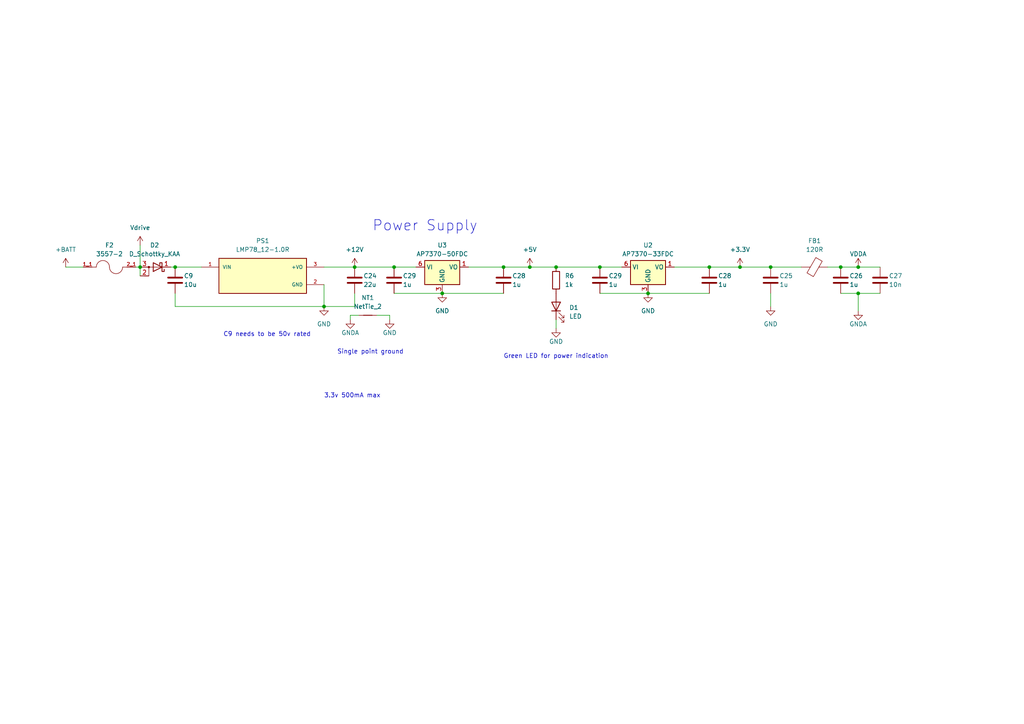
<source format=kicad_sch>
(kicad_sch (version 20230121) (generator eeschema)

  (uuid ffddf5b5-371f-4e37-bf9f-d4a437144030)

  (paper "A4")

  (lib_symbols
    (symbol "DC_DC:K7803-500R3" (pin_names (offset 1.016)) (in_bom yes) (on_board yes)
      (property "Reference" "PS" (at -12.7 6.35 0)
        (effects (font (size 1.27 1.27)) (justify left bottom))
      )
      (property "Value" "K7803-500R3" (at -12.7 -7.62 0)
        (effects (font (size 1.27 1.27)) (justify left bottom))
      )
      (property "Footprint" "K7803-500R3:CONV_K7803-500R3" (at 0 0 0)
        (effects (font (size 1.27 1.27)) (justify bottom) hide)
      )
      (property "Datasheet" "" (at 0 0 0)
        (effects (font (size 1.27 1.27)) hide)
      )
      (property "PARTREV" "2020.12.17-A/7" (at 0 0 0)
        (effects (font (size 1.27 1.27)) (justify bottom) hide)
      )
      (property "STANDARD" "Manufacturer Recommendations" (at 0 0 0)
        (effects (font (size 1.27 1.27)) (justify bottom) hide)
      )
      (property "MAXIMUM_PACKAGE_HEIGHT" "10.41 mm" (at 0 0 0)
        (effects (font (size 1.27 1.27)) (justify bottom) hide)
      )
      (property "MANUFACTURER" "Mornsun" (at 0 0 0)
        (effects (font (size 1.27 1.27)) (justify bottom) hide)
      )
      (symbol "K7803-500R3_0_0"
        (rectangle (start -12.7 -5.08) (end 12.7 5.08)
          (stroke (width 0.254) (type default))
          (fill (type background))
        )
        (pin input line (at -17.78 2.54 0) (length 5.08)
          (name "VIN" (effects (font (size 1.016 1.016))))
          (number "1" (effects (font (size 1.016 1.016))))
        )
        (pin power_in line (at 17.78 -2.54 180) (length 5.08)
          (name "GND" (effects (font (size 1.016 1.016))))
          (number "2" (effects (font (size 1.016 1.016))))
        )
        (pin output line (at 17.78 2.54 180) (length 5.08)
          (name "+VO" (effects (font (size 1.016 1.016))))
          (number "3" (effects (font (size 1.016 1.016))))
        )
      )
    )
    (symbol "Device:C" (pin_numbers hide) (pin_names (offset 0.254)) (in_bom yes) (on_board yes)
      (property "Reference" "C" (at 0.635 2.54 0)
        (effects (font (size 1.27 1.27)) (justify left))
      )
      (property "Value" "C" (at 0.635 -2.54 0)
        (effects (font (size 1.27 1.27)) (justify left))
      )
      (property "Footprint" "" (at 0.9652 -3.81 0)
        (effects (font (size 1.27 1.27)) hide)
      )
      (property "Datasheet" "~" (at 0 0 0)
        (effects (font (size 1.27 1.27)) hide)
      )
      (property "ki_keywords" "cap capacitor" (at 0 0 0)
        (effects (font (size 1.27 1.27)) hide)
      )
      (property "ki_description" "Unpolarized capacitor" (at 0 0 0)
        (effects (font (size 1.27 1.27)) hide)
      )
      (property "ki_fp_filters" "C_*" (at 0 0 0)
        (effects (font (size 1.27 1.27)) hide)
      )
      (symbol "C_0_1"
        (polyline
          (pts
            (xy -2.032 -0.762)
            (xy 2.032 -0.762)
          )
          (stroke (width 0.508) (type default))
          (fill (type none))
        )
        (polyline
          (pts
            (xy -2.032 0.762)
            (xy 2.032 0.762)
          )
          (stroke (width 0.508) (type default))
          (fill (type none))
        )
      )
      (symbol "C_1_1"
        (pin passive line (at 0 3.81 270) (length 2.794)
          (name "~" (effects (font (size 1.27 1.27))))
          (number "1" (effects (font (size 1.27 1.27))))
        )
        (pin passive line (at 0 -3.81 90) (length 2.794)
          (name "~" (effects (font (size 1.27 1.27))))
          (number "2" (effects (font (size 1.27 1.27))))
        )
      )
    )
    (symbol "Device:D_Schottky_KAA" (pin_names (offset 0) hide) (in_bom yes) (on_board yes)
      (property "Reference" "D" (at 0 2.54 0)
        (effects (font (size 1.27 1.27)))
      )
      (property "Value" "D_Schottky_KAA" (at 0 -2.54 0)
        (effects (font (size 1.27 1.27)))
      )
      (property "Footprint" "" (at 0 0 0)
        (effects (font (size 1.27 1.27)) hide)
      )
      (property "Datasheet" "~" (at 0 0 0)
        (effects (font (size 1.27 1.27)) hide)
      )
      (property "ki_keywords" "diode Schottky SCHDPAK" (at 0 0 0)
        (effects (font (size 1.27 1.27)) hide)
      )
      (property "ki_description" "Schottky diode, anode on pins 2 and 3" (at 0 0 0)
        (effects (font (size 1.27 1.27)) hide)
      )
      (property "ki_fp_filters" "TO-???* *_Diode_* *SingleDiode* D_*" (at 0 0 0)
        (effects (font (size 1.27 1.27)) hide)
      )
      (symbol "D_Schottky_KAA_0_1"
        (polyline
          (pts
            (xy 1.27 1.27)
            (xy 1.27 -1.27)
            (xy -1.27 0)
            (xy 1.27 1.27)
          )
          (stroke (width 0.254) (type default))
          (fill (type none))
        )
        (polyline
          (pts
            (xy 3.81 2.54)
            (xy 2.54 2.54)
            (xy 2.54 0)
            (xy -1.27 0)
          )
          (stroke (width 0) (type default))
          (fill (type none))
        )
        (polyline
          (pts
            (xy -1.905 0.635)
            (xy -1.905 1.27)
            (xy -1.27 1.27)
            (xy -1.27 -1.27)
            (xy -0.635 -1.27)
            (xy -0.635 -0.635)
          )
          (stroke (width 0.254) (type default))
          (fill (type none))
        )
        (circle (center 2.54 0) (radius 0.254)
          (stroke (width 0) (type default))
          (fill (type outline))
        )
      )
      (symbol "D_Schottky_KAA_1_1"
        (pin passive line (at -3.81 0 0) (length 2.54)
          (name "K" (effects (font (size 1.27 1.27))))
          (number "1" (effects (font (size 1.27 1.27))))
        )
        (pin passive line (at 5.08 2.54 180) (length 2.54)
          (name "A" (effects (font (size 1.27 1.27))))
          (number "2" (effects (font (size 1.27 1.27))))
        )
        (pin passive line (at 5.08 0 180) (length 2.54)
          (name "A" (effects (font (size 1.27 1.27))))
          (number "3" (effects (font (size 1.27 1.27))))
        )
      )
    )
    (symbol "Device:FerriteBead" (pin_numbers hide) (pin_names (offset 0)) (in_bom yes) (on_board yes)
      (property "Reference" "FB" (at -3.81 0.635 90)
        (effects (font (size 1.27 1.27)))
      )
      (property "Value" "FerriteBead" (at 3.81 0 90)
        (effects (font (size 1.27 1.27)))
      )
      (property "Footprint" "" (at -1.778 0 90)
        (effects (font (size 1.27 1.27)) hide)
      )
      (property "Datasheet" "~" (at 0 0 0)
        (effects (font (size 1.27 1.27)) hide)
      )
      (property "ki_keywords" "L ferrite bead inductor filter" (at 0 0 0)
        (effects (font (size 1.27 1.27)) hide)
      )
      (property "ki_description" "Ferrite bead" (at 0 0 0)
        (effects (font (size 1.27 1.27)) hide)
      )
      (property "ki_fp_filters" "Inductor_* L_* *Ferrite*" (at 0 0 0)
        (effects (font (size 1.27 1.27)) hide)
      )
      (symbol "FerriteBead_0_1"
        (polyline
          (pts
            (xy 0 -1.27)
            (xy 0 -1.2192)
          )
          (stroke (width 0) (type default))
          (fill (type none))
        )
        (polyline
          (pts
            (xy 0 1.27)
            (xy 0 1.2954)
          )
          (stroke (width 0) (type default))
          (fill (type none))
        )
        (polyline
          (pts
            (xy -2.7686 0.4064)
            (xy -1.7018 2.2606)
            (xy 2.7686 -0.3048)
            (xy 1.6764 -2.159)
            (xy -2.7686 0.4064)
          )
          (stroke (width 0) (type default))
          (fill (type none))
        )
      )
      (symbol "FerriteBead_1_1"
        (pin passive line (at 0 3.81 270) (length 2.54)
          (name "~" (effects (font (size 1.27 1.27))))
          (number "1" (effects (font (size 1.27 1.27))))
        )
        (pin passive line (at 0 -3.81 90) (length 2.54)
          (name "~" (effects (font (size 1.27 1.27))))
          (number "2" (effects (font (size 1.27 1.27))))
        )
      )
    )
    (symbol "Device:LED" (pin_numbers hide) (pin_names (offset 1.016) hide) (in_bom yes) (on_board yes)
      (property "Reference" "D" (at 0 2.54 0)
        (effects (font (size 1.27 1.27)))
      )
      (property "Value" "LED" (at 0 -2.54 0)
        (effects (font (size 1.27 1.27)))
      )
      (property "Footprint" "" (at 0 0 0)
        (effects (font (size 1.27 1.27)) hide)
      )
      (property "Datasheet" "~" (at 0 0 0)
        (effects (font (size 1.27 1.27)) hide)
      )
      (property "ki_keywords" "LED diode" (at 0 0 0)
        (effects (font (size 1.27 1.27)) hide)
      )
      (property "ki_description" "Light emitting diode" (at 0 0 0)
        (effects (font (size 1.27 1.27)) hide)
      )
      (property "ki_fp_filters" "LED* LED_SMD:* LED_THT:*" (at 0 0 0)
        (effects (font (size 1.27 1.27)) hide)
      )
      (symbol "LED_0_1"
        (polyline
          (pts
            (xy -1.27 -1.27)
            (xy -1.27 1.27)
          )
          (stroke (width 0.254) (type default))
          (fill (type none))
        )
        (polyline
          (pts
            (xy -1.27 0)
            (xy 1.27 0)
          )
          (stroke (width 0) (type default))
          (fill (type none))
        )
        (polyline
          (pts
            (xy 1.27 -1.27)
            (xy 1.27 1.27)
            (xy -1.27 0)
            (xy 1.27 -1.27)
          )
          (stroke (width 0.254) (type default))
          (fill (type none))
        )
        (polyline
          (pts
            (xy -3.048 -0.762)
            (xy -4.572 -2.286)
            (xy -3.81 -2.286)
            (xy -4.572 -2.286)
            (xy -4.572 -1.524)
          )
          (stroke (width 0) (type default))
          (fill (type none))
        )
        (polyline
          (pts
            (xy -1.778 -0.762)
            (xy -3.302 -2.286)
            (xy -2.54 -2.286)
            (xy -3.302 -2.286)
            (xy -3.302 -1.524)
          )
          (stroke (width 0) (type default))
          (fill (type none))
        )
      )
      (symbol "LED_1_1"
        (pin passive line (at -3.81 0 0) (length 2.54)
          (name "K" (effects (font (size 1.27 1.27))))
          (number "1" (effects (font (size 1.27 1.27))))
        )
        (pin passive line (at 3.81 0 180) (length 2.54)
          (name "A" (effects (font (size 1.27 1.27))))
          (number "2" (effects (font (size 1.27 1.27))))
        )
      )
    )
    (symbol "Device:NetTie_2" (pin_numbers hide) (pin_names (offset 0) hide) (in_bom no) (on_board yes)
      (property "Reference" "NT" (at 0 1.27 0)
        (effects (font (size 1.27 1.27)))
      )
      (property "Value" "NetTie_2" (at 0 -1.27 0)
        (effects (font (size 1.27 1.27)))
      )
      (property "Footprint" "" (at 0 0 0)
        (effects (font (size 1.27 1.27)) hide)
      )
      (property "Datasheet" "~" (at 0 0 0)
        (effects (font (size 1.27 1.27)) hide)
      )
      (property "ki_keywords" "net tie short" (at 0 0 0)
        (effects (font (size 1.27 1.27)) hide)
      )
      (property "ki_description" "Net tie, 2 pins" (at 0 0 0)
        (effects (font (size 1.27 1.27)) hide)
      )
      (property "ki_fp_filters" "Net*Tie*" (at 0 0 0)
        (effects (font (size 1.27 1.27)) hide)
      )
      (symbol "NetTie_2_0_1"
        (polyline
          (pts
            (xy -1.27 0)
            (xy 1.27 0)
          )
          (stroke (width 0.254) (type default))
          (fill (type none))
        )
      )
      (symbol "NetTie_2_1_1"
        (pin passive line (at -2.54 0 0) (length 2.54)
          (name "1" (effects (font (size 1.27 1.27))))
          (number "1" (effects (font (size 1.27 1.27))))
        )
        (pin passive line (at 2.54 0 180) (length 2.54)
          (name "2" (effects (font (size 1.27 1.27))))
          (number "2" (effects (font (size 1.27 1.27))))
        )
      )
    )
    (symbol "Device:R" (pin_numbers hide) (pin_names (offset 0)) (in_bom yes) (on_board yes)
      (property "Reference" "R" (at 2.032 0 90)
        (effects (font (size 1.27 1.27)))
      )
      (property "Value" "R" (at 0 0 90)
        (effects (font (size 1.27 1.27)))
      )
      (property "Footprint" "" (at -1.778 0 90)
        (effects (font (size 1.27 1.27)) hide)
      )
      (property "Datasheet" "~" (at 0 0 0)
        (effects (font (size 1.27 1.27)) hide)
      )
      (property "ki_keywords" "R res resistor" (at 0 0 0)
        (effects (font (size 1.27 1.27)) hide)
      )
      (property "ki_description" "Resistor" (at 0 0 0)
        (effects (font (size 1.27 1.27)) hide)
      )
      (property "ki_fp_filters" "R_*" (at 0 0 0)
        (effects (font (size 1.27 1.27)) hide)
      )
      (symbol "R_0_1"
        (rectangle (start -1.016 -2.54) (end 1.016 2.54)
          (stroke (width 0.254) (type default))
          (fill (type none))
        )
      )
      (symbol "R_1_1"
        (pin passive line (at 0 3.81 270) (length 1.27)
          (name "~" (effects (font (size 1.27 1.27))))
          (number "1" (effects (font (size 1.27 1.27))))
        )
        (pin passive line (at 0 -3.81 90) (length 1.27)
          (name "~" (effects (font (size 1.27 1.27))))
          (number "2" (effects (font (size 1.27 1.27))))
        )
      )
    )
    (symbol "Regulator_Linear:AP7370-50FDC" (in_bom yes) (on_board yes)
      (property "Reference" "U" (at -3.81 3.175 0)
        (effects (font (size 1.27 1.27)))
      )
      (property "Value" "AP7370-50FDC" (at 0 3.175 0)
        (effects (font (size 1.27 1.27)) (justify left))
      )
      (property "Footprint" "Package_DFN_QFN:DFN-6-1EP_2x2mm_P0.65mm_EP1.01x1.7mm" (at 0 0 0)
        (effects (font (size 1.27 1.27)) hide)
      )
      (property "Datasheet" "https://www.diodes.com/assets/Datasheets/AP7370.pdf" (at 0 0 0)
        (effects (font (size 1.27 1.27)) hide)
      )
      (property "ki_keywords" "linear regulator ldo fixed positive" (at 0 0 0)
        (effects (font (size 1.27 1.27)) hide)
      )
      (property "ki_description" "350mA Low-Dropout Linear Regulator, 5.0V fixed output, DFN-6" (at 0 0 0)
        (effects (font (size 1.27 1.27)) hide)
      )
      (property "ki_fp_filters" "DFN*2x2mm*P0.65mm*" (at 0 0 0)
        (effects (font (size 1.27 1.27)) hide)
      )
      (symbol "AP7370-50FDC_0_1"
        (rectangle (start -5.08 -5.08) (end 5.08 1.905)
          (stroke (width 0.254) (type default))
          (fill (type background))
        )
      )
      (symbol "AP7370-50FDC_1_1"
        (pin power_out line (at 7.62 0 180) (length 2.54)
          (name "VO" (effects (font (size 1.27 1.27))))
          (number "1" (effects (font (size 1.27 1.27))))
        )
        (pin no_connect line (at -5.08 -2.54 0) (length 2.54) hide
          (name "NC" (effects (font (size 1.27 1.27))))
          (number "2" (effects (font (size 1.27 1.27))))
        )
        (pin power_in line (at 0 -7.62 90) (length 2.54)
          (name "GND" (effects (font (size 1.27 1.27))))
          (number "3" (effects (font (size 1.27 1.27))))
        )
        (pin no_connect line (at 5.08 -2.54 180) (length 2.54) hide
          (name "NC" (effects (font (size 1.27 1.27))))
          (number "4" (effects (font (size 1.27 1.27))))
        )
        (pin no_connect line (at -5.08 -5.08 0) (length 2.54) hide
          (name "NC" (effects (font (size 1.27 1.27))))
          (number "5" (effects (font (size 1.27 1.27))))
        )
        (pin power_in line (at -7.62 0 0) (length 2.54)
          (name "VI" (effects (font (size 1.27 1.27))))
          (number "6" (effects (font (size 1.27 1.27))))
        )
        (pin passive line (at 0 -7.62 90) (length 2.54) hide
          (name "GND" (effects (font (size 1.27 1.27))))
          (number "7" (effects (font (size 1.27 1.27))))
        )
      )
    )
    (symbol "fuse:3557-2" (pin_names (offset 1.016)) (in_bom yes) (on_board yes)
      (property "Reference" "F" (at -2.54 5.08 0)
        (effects (font (size 1.27 1.27)) (justify left bottom))
      )
      (property "Value" "3557-2" (at -2.54 -5.08 0)
        (effects (font (size 1.27 1.27)) (justify left bottom))
      )
      (property "Footprint" "3557-2:FUSE_3557-2" (at 0 0 0)
        (effects (font (size 1.27 1.27)) (justify bottom) hide)
      )
      (property "Datasheet" "" (at 0 0 0)
        (effects (font (size 1.27 1.27)) hide)
      )
      (property "PARTREV" "D" (at 0 0 0)
        (effects (font (size 1.27 1.27)) (justify bottom) hide)
      )
      (property "STANDARD" "Manufacturer Recommendation" (at 0 0 0)
        (effects (font (size 1.27 1.27)) (justify bottom) hide)
      )
      (property "SNAPEDA_PN" "3557-2" (at 0 0 0)
        (effects (font (size 1.27 1.27)) (justify bottom) hide)
      )
      (property "MAXIMUM_PACKAGE_HEIGHT" "7.37mm" (at 0 0 0)
        (effects (font (size 1.27 1.27)) (justify bottom) hide)
      )
      (property "MANUFACTURER" "Keystone" (at 0 0 0)
        (effects (font (size 1.27 1.27)) (justify bottom) hide)
      )
      (symbol "3557-2_0_0"
        (arc (start 0 0) (mid -1.905 1.8967) (end -3.81 0)
          (stroke (width 0.1524) (type default))
          (fill (type none))
        )
        (polyline
          (pts
            (xy -5.08 0)
            (xy -3.81 0)
          )
          (stroke (width 0.1524) (type default))
          (fill (type none))
        )
        (polyline
          (pts
            (xy 5.08 0)
            (xy 3.81 0)
          )
          (stroke (width 0.1524) (type default))
          (fill (type none))
        )
        (arc (start 0 0) (mid 1.905 -1.8967) (end 3.81 0)
          (stroke (width 0.1524) (type default))
          (fill (type none))
        )
        (pin passive line (at -7.62 0 0) (length 2.54)
          (name "~" (effects (font (size 1.016 1.016))))
          (number "1_1" (effects (font (size 1.016 1.016))))
        )
        (pin passive line (at 7.62 0 180) (length 2.54)
          (name "~" (effects (font (size 1.016 1.016))))
          (number "2_1" (effects (font (size 1.016 1.016))))
        )
      )
    )
    (symbol "power:+12V" (power) (pin_names (offset 0)) (in_bom yes) (on_board yes)
      (property "Reference" "#PWR" (at 0 -3.81 0)
        (effects (font (size 1.27 1.27)) hide)
      )
      (property "Value" "+12V" (at 0 3.556 0)
        (effects (font (size 1.27 1.27)))
      )
      (property "Footprint" "" (at 0 0 0)
        (effects (font (size 1.27 1.27)) hide)
      )
      (property "Datasheet" "" (at 0 0 0)
        (effects (font (size 1.27 1.27)) hide)
      )
      (property "ki_keywords" "global power" (at 0 0 0)
        (effects (font (size 1.27 1.27)) hide)
      )
      (property "ki_description" "Power symbol creates a global label with name \"+12V\"" (at 0 0 0)
        (effects (font (size 1.27 1.27)) hide)
      )
      (symbol "+12V_0_1"
        (polyline
          (pts
            (xy -0.762 1.27)
            (xy 0 2.54)
          )
          (stroke (width 0) (type default))
          (fill (type none))
        )
        (polyline
          (pts
            (xy 0 0)
            (xy 0 2.54)
          )
          (stroke (width 0) (type default))
          (fill (type none))
        )
        (polyline
          (pts
            (xy 0 2.54)
            (xy 0.762 1.27)
          )
          (stroke (width 0) (type default))
          (fill (type none))
        )
      )
      (symbol "+12V_1_1"
        (pin power_in line (at 0 0 90) (length 0) hide
          (name "+12V" (effects (font (size 1.27 1.27))))
          (number "1" (effects (font (size 1.27 1.27))))
        )
      )
    )
    (symbol "power:+3.3V" (power) (pin_names (offset 0)) (in_bom yes) (on_board yes)
      (property "Reference" "#PWR" (at 0 -3.81 0)
        (effects (font (size 1.27 1.27)) hide)
      )
      (property "Value" "+3.3V" (at 0 3.556 0)
        (effects (font (size 1.27 1.27)))
      )
      (property "Footprint" "" (at 0 0 0)
        (effects (font (size 1.27 1.27)) hide)
      )
      (property "Datasheet" "" (at 0 0 0)
        (effects (font (size 1.27 1.27)) hide)
      )
      (property "ki_keywords" "global power" (at 0 0 0)
        (effects (font (size 1.27 1.27)) hide)
      )
      (property "ki_description" "Power symbol creates a global label with name \"+3.3V\"" (at 0 0 0)
        (effects (font (size 1.27 1.27)) hide)
      )
      (symbol "+3.3V_0_1"
        (polyline
          (pts
            (xy -0.762 1.27)
            (xy 0 2.54)
          )
          (stroke (width 0) (type default))
          (fill (type none))
        )
        (polyline
          (pts
            (xy 0 0)
            (xy 0 2.54)
          )
          (stroke (width 0) (type default))
          (fill (type none))
        )
        (polyline
          (pts
            (xy 0 2.54)
            (xy 0.762 1.27)
          )
          (stroke (width 0) (type default))
          (fill (type none))
        )
      )
      (symbol "+3.3V_1_1"
        (pin power_in line (at 0 0 90) (length 0) hide
          (name "+3.3V" (effects (font (size 1.27 1.27))))
          (number "1" (effects (font (size 1.27 1.27))))
        )
      )
    )
    (symbol "power:+5V" (power) (pin_names (offset 0)) (in_bom yes) (on_board yes)
      (property "Reference" "#PWR" (at 0 -3.81 0)
        (effects (font (size 1.27 1.27)) hide)
      )
      (property "Value" "+5V" (at 0 3.556 0)
        (effects (font (size 1.27 1.27)))
      )
      (property "Footprint" "" (at 0 0 0)
        (effects (font (size 1.27 1.27)) hide)
      )
      (property "Datasheet" "" (at 0 0 0)
        (effects (font (size 1.27 1.27)) hide)
      )
      (property "ki_keywords" "global power" (at 0 0 0)
        (effects (font (size 1.27 1.27)) hide)
      )
      (property "ki_description" "Power symbol creates a global label with name \"+5V\"" (at 0 0 0)
        (effects (font (size 1.27 1.27)) hide)
      )
      (symbol "+5V_0_1"
        (polyline
          (pts
            (xy -0.762 1.27)
            (xy 0 2.54)
          )
          (stroke (width 0) (type default))
          (fill (type none))
        )
        (polyline
          (pts
            (xy 0 0)
            (xy 0 2.54)
          )
          (stroke (width 0) (type default))
          (fill (type none))
        )
        (polyline
          (pts
            (xy 0 2.54)
            (xy 0.762 1.27)
          )
          (stroke (width 0) (type default))
          (fill (type none))
        )
      )
      (symbol "+5V_1_1"
        (pin power_in line (at 0 0 90) (length 0) hide
          (name "+5V" (effects (font (size 1.27 1.27))))
          (number "1" (effects (font (size 1.27 1.27))))
        )
      )
    )
    (symbol "power:+BATT" (power) (pin_names (offset 0)) (in_bom yes) (on_board yes)
      (property "Reference" "#PWR" (at 0 -3.81 0)
        (effects (font (size 1.27 1.27)) hide)
      )
      (property "Value" "+BATT" (at 0 3.556 0)
        (effects (font (size 1.27 1.27)))
      )
      (property "Footprint" "" (at 0 0 0)
        (effects (font (size 1.27 1.27)) hide)
      )
      (property "Datasheet" "" (at 0 0 0)
        (effects (font (size 1.27 1.27)) hide)
      )
      (property "ki_keywords" "global power battery" (at 0 0 0)
        (effects (font (size 1.27 1.27)) hide)
      )
      (property "ki_description" "Power symbol creates a global label with name \"+BATT\"" (at 0 0 0)
        (effects (font (size 1.27 1.27)) hide)
      )
      (symbol "+BATT_0_1"
        (polyline
          (pts
            (xy -0.762 1.27)
            (xy 0 2.54)
          )
          (stroke (width 0) (type default))
          (fill (type none))
        )
        (polyline
          (pts
            (xy 0 0)
            (xy 0 2.54)
          )
          (stroke (width 0) (type default))
          (fill (type none))
        )
        (polyline
          (pts
            (xy 0 2.54)
            (xy 0.762 1.27)
          )
          (stroke (width 0) (type default))
          (fill (type none))
        )
      )
      (symbol "+BATT_1_1"
        (pin power_in line (at 0 0 90) (length 0) hide
          (name "+BATT" (effects (font (size 1.27 1.27))))
          (number "1" (effects (font (size 1.27 1.27))))
        )
      )
    )
    (symbol "power:GND" (power) (pin_names (offset 0)) (in_bom yes) (on_board yes)
      (property "Reference" "#PWR" (at 0 -6.35 0)
        (effects (font (size 1.27 1.27)) hide)
      )
      (property "Value" "GND" (at 0 -3.81 0)
        (effects (font (size 1.27 1.27)))
      )
      (property "Footprint" "" (at 0 0 0)
        (effects (font (size 1.27 1.27)) hide)
      )
      (property "Datasheet" "" (at 0 0 0)
        (effects (font (size 1.27 1.27)) hide)
      )
      (property "ki_keywords" "global power" (at 0 0 0)
        (effects (font (size 1.27 1.27)) hide)
      )
      (property "ki_description" "Power symbol creates a global label with name \"GND\" , ground" (at 0 0 0)
        (effects (font (size 1.27 1.27)) hide)
      )
      (symbol "GND_0_1"
        (polyline
          (pts
            (xy 0 0)
            (xy 0 -1.27)
            (xy 1.27 -1.27)
            (xy 0 -2.54)
            (xy -1.27 -1.27)
            (xy 0 -1.27)
          )
          (stroke (width 0) (type default))
          (fill (type none))
        )
      )
      (symbol "GND_1_1"
        (pin power_in line (at 0 0 270) (length 0) hide
          (name "GND" (effects (font (size 1.27 1.27))))
          (number "1" (effects (font (size 1.27 1.27))))
        )
      )
    )
    (symbol "power:GNDA" (power) (pin_names (offset 0)) (in_bom yes) (on_board yes)
      (property "Reference" "#PWR" (at 0 -6.35 0)
        (effects (font (size 1.27 1.27)) hide)
      )
      (property "Value" "GNDA" (at 0 -3.81 0)
        (effects (font (size 1.27 1.27)))
      )
      (property "Footprint" "" (at 0 0 0)
        (effects (font (size 1.27 1.27)) hide)
      )
      (property "Datasheet" "" (at 0 0 0)
        (effects (font (size 1.27 1.27)) hide)
      )
      (property "ki_keywords" "global power" (at 0 0 0)
        (effects (font (size 1.27 1.27)) hide)
      )
      (property "ki_description" "Power symbol creates a global label with name \"GNDA\" , analog ground" (at 0 0 0)
        (effects (font (size 1.27 1.27)) hide)
      )
      (symbol "GNDA_0_1"
        (polyline
          (pts
            (xy 0 0)
            (xy 0 -1.27)
            (xy 1.27 -1.27)
            (xy 0 -2.54)
            (xy -1.27 -1.27)
            (xy 0 -1.27)
          )
          (stroke (width 0) (type default))
          (fill (type none))
        )
      )
      (symbol "GNDA_1_1"
        (pin power_in line (at 0 0 270) (length 0) hide
          (name "GNDA" (effects (font (size 1.27 1.27))))
          (number "1" (effects (font (size 1.27 1.27))))
        )
      )
    )
    (symbol "power:VDDA" (power) (pin_names (offset 0)) (in_bom yes) (on_board yes)
      (property "Reference" "#PWR" (at 0 -3.81 0)
        (effects (font (size 1.27 1.27)) hide)
      )
      (property "Value" "VDDA" (at 0 3.81 0)
        (effects (font (size 1.27 1.27)))
      )
      (property "Footprint" "" (at 0 0 0)
        (effects (font (size 1.27 1.27)) hide)
      )
      (property "Datasheet" "" (at 0 0 0)
        (effects (font (size 1.27 1.27)) hide)
      )
      (property "ki_keywords" "global power" (at 0 0 0)
        (effects (font (size 1.27 1.27)) hide)
      )
      (property "ki_description" "Power symbol creates a global label with name \"VDDA\"" (at 0 0 0)
        (effects (font (size 1.27 1.27)) hide)
      )
      (symbol "VDDA_0_1"
        (polyline
          (pts
            (xy -0.762 1.27)
            (xy 0 2.54)
          )
          (stroke (width 0) (type default))
          (fill (type none))
        )
        (polyline
          (pts
            (xy 0 0)
            (xy 0 2.54)
          )
          (stroke (width 0) (type default))
          (fill (type none))
        )
        (polyline
          (pts
            (xy 0 2.54)
            (xy 0.762 1.27)
          )
          (stroke (width 0) (type default))
          (fill (type none))
        )
      )
      (symbol "VDDA_1_1"
        (pin power_in line (at 0 0 90) (length 0) hide
          (name "VDDA" (effects (font (size 1.27 1.27))))
          (number "1" (effects (font (size 1.27 1.27))))
        )
      )
    )
    (symbol "power:Vdrive" (power) (pin_names (offset 0)) (in_bom yes) (on_board yes)
      (property "Reference" "#PWR" (at -5.08 -3.81 0)
        (effects (font (size 1.27 1.27)) hide)
      )
      (property "Value" "Vdrive" (at 0 3.81 0)
        (effects (font (size 1.27 1.27)))
      )
      (property "Footprint" "" (at 0 0 0)
        (effects (font (size 1.27 1.27)) hide)
      )
      (property "Datasheet" "" (at 0 0 0)
        (effects (font (size 1.27 1.27)) hide)
      )
      (property "ki_keywords" "global power" (at 0 0 0)
        (effects (font (size 1.27 1.27)) hide)
      )
      (property "ki_description" "Power symbol creates a global label with name \"Vdrive\"" (at 0 0 0)
        (effects (font (size 1.27 1.27)) hide)
      )
      (symbol "Vdrive_0_1"
        (polyline
          (pts
            (xy -0.762 1.27)
            (xy 0 2.54)
          )
          (stroke (width 0) (type default))
          (fill (type none))
        )
        (polyline
          (pts
            (xy 0 0)
            (xy 0 2.54)
          )
          (stroke (width 0) (type default))
          (fill (type none))
        )
        (polyline
          (pts
            (xy 0 2.54)
            (xy 0.762 1.27)
          )
          (stroke (width 0) (type default))
          (fill (type none))
        )
      )
      (symbol "Vdrive_1_1"
        (pin power_in line (at 0 0 90) (length 0) hide
          (name "Vdrive" (effects (font (size 1.27 1.27))))
          (number "1" (effects (font (size 1.27 1.27))))
        )
      )
    )
  )

  (junction (at 223.52 77.47) (diameter 0) (color 0 0 0 0)
    (uuid 0f59e947-123f-4ae5-b335-5162cfb4440f)
  )
  (junction (at 114.3 77.47) (diameter 0) (color 0 0 0 0)
    (uuid 10d8067a-6e14-4c4b-999f-3262b70e6b88)
  )
  (junction (at 205.74 77.47) (diameter 0) (color 0 0 0 0)
    (uuid 2ce1d305-0813-4516-a3f9-a12cf3366efa)
  )
  (junction (at 153.67 77.47) (diameter 0) (color 0 0 0 0)
    (uuid 318c8115-4d94-45ed-8bba-9fce3166ec95)
  )
  (junction (at 214.63 77.47) (diameter 0) (color 0 0 0 0)
    (uuid 3a97ac09-c559-49e9-8e0a-eb4bdd24348b)
  )
  (junction (at 102.87 77.47) (diameter 0) (color 0 0 0 0)
    (uuid 3af8b67d-0605-4f3c-8859-11a066d6d741)
  )
  (junction (at 243.84 77.47) (diameter 0) (color 0 0 0 0)
    (uuid 47bcd22d-5a63-411d-afb0-57999b695f5c)
  )
  (junction (at 248.92 85.09) (diameter 0) (color 0 0 0 0)
    (uuid 648161f4-f062-43a8-9bcb-98f766a7757a)
  )
  (junction (at 50.8 77.47) (diameter 0) (color 0 0 0 0)
    (uuid 76d11f6f-0611-45c3-ac33-dd7117b9592b)
  )
  (junction (at 146.05 77.47) (diameter 0) (color 0 0 0 0)
    (uuid 7872ed59-492c-4490-864c-900c1b407e40)
  )
  (junction (at 40.64 77.47) (diameter 0) (color 0 0 0 0)
    (uuid 7ca0103c-e6fe-493a-8a40-ed27eb27d4dd)
  )
  (junction (at 93.98 88.9) (diameter 0) (color 0 0 0 0)
    (uuid 7cb28478-e34b-4058-8278-67300077c67e)
  )
  (junction (at 161.29 77.47) (diameter 0) (color 0 0 0 0)
    (uuid 87fcad34-933b-4c98-a3c0-bdb3adbee483)
  )
  (junction (at 128.27 85.09) (diameter 0) (color 0 0 0 0)
    (uuid 89e3dd65-f4fb-48b6-9855-61d664956946)
  )
  (junction (at 173.99 77.47) (diameter 0) (color 0 0 0 0)
    (uuid b2c5d2e1-8e3c-4253-bf62-e2d9a7969f1f)
  )
  (junction (at 187.96 85.09) (diameter 0) (color 0 0 0 0)
    (uuid cb138fcf-248e-44ff-8f1b-ce8963141d13)
  )
  (junction (at 248.92 77.47) (diameter 0) (color 0 0 0 0)
    (uuid faeac95b-5496-48e2-ac17-2ce38f29dede)
  )

  (wire (pts (xy 205.74 77.47) (xy 214.63 77.47))
    (stroke (width 0) (type default))
    (uuid 123a42e2-5b90-4f11-8ae5-3fad67dd354b)
  )
  (wire (pts (xy 248.92 77.47) (xy 255.27 77.47))
    (stroke (width 0) (type default))
    (uuid 2ffd99de-9b5e-44be-855a-25038f8214b2)
  )
  (wire (pts (xy 243.84 85.09) (xy 248.92 85.09))
    (stroke (width 0) (type default))
    (uuid 30eec788-7c2c-42f0-a842-527dddb29604)
  )
  (wire (pts (xy 173.99 77.47) (xy 180.34 77.47))
    (stroke (width 0) (type default))
    (uuid 317e3592-ddec-4439-ac41-b3441700d83f)
  )
  (wire (pts (xy 50.8 88.9) (xy 93.98 88.9))
    (stroke (width 0) (type default))
    (uuid 4446f240-a892-46e9-acd9-f31c0fe9892d)
  )
  (wire (pts (xy 40.64 77.47) (xy 40.64 80.01))
    (stroke (width 0) (type default))
    (uuid 5ced8547-6383-413e-9c89-da5c2d30cb64)
  )
  (wire (pts (xy 114.3 85.09) (xy 128.27 85.09))
    (stroke (width 0) (type default))
    (uuid 64c55c83-e439-431c-aa02-68b11c5dec2f)
  )
  (wire (pts (xy 93.98 77.47) (xy 102.87 77.47))
    (stroke (width 0) (type default))
    (uuid 65095aab-2b6d-4c53-a5e7-8abe7b04bda9)
  )
  (wire (pts (xy 101.6 91.44) (xy 101.6 92.71))
    (stroke (width 0) (type default))
    (uuid 661efc2c-5179-4efb-a82f-69222e68ce18)
  )
  (wire (pts (xy 19.05 77.47) (xy 24.13 77.47))
    (stroke (width 0) (type default))
    (uuid 77f9da06-ff90-444b-b705-5de8e880e2a6)
  )
  (wire (pts (xy 93.98 82.55) (xy 93.98 88.9))
    (stroke (width 0) (type default))
    (uuid 7ae0f441-33eb-4dea-89a4-04f7918ea6b5)
  )
  (wire (pts (xy 93.98 88.9) (xy 102.87 88.9))
    (stroke (width 0) (type default))
    (uuid 7c6133aa-9b6b-4084-9955-1c4b253069b5)
  )
  (wire (pts (xy 223.52 77.47) (xy 232.41 77.47))
    (stroke (width 0) (type default))
    (uuid 7c7e17d6-380b-4d6b-b752-935d01668395)
  )
  (wire (pts (xy 39.37 77.47) (xy 40.64 77.47))
    (stroke (width 0) (type default))
    (uuid 821862e9-1498-4340-b405-7898a8b6daf7)
  )
  (wire (pts (xy 40.64 71.12) (xy 40.64 77.47))
    (stroke (width 0) (type default))
    (uuid 84513a54-d5a9-4408-ba71-9f28486307b4)
  )
  (wire (pts (xy 248.92 85.09) (xy 255.27 85.09))
    (stroke (width 0) (type default))
    (uuid 8731a5bc-653f-4be1-ae3c-6b983995098b)
  )
  (wire (pts (xy 101.6 91.44) (xy 104.14 91.44))
    (stroke (width 0) (type default))
    (uuid 8d53df1d-9291-47a4-99ef-0c5c0a054d1c)
  )
  (wire (pts (xy 195.58 77.47) (xy 205.74 77.47))
    (stroke (width 0) (type default))
    (uuid 8ff2f3c3-633f-4d66-9dd0-abf351c28078)
  )
  (wire (pts (xy 187.96 85.09) (xy 205.74 85.09))
    (stroke (width 0) (type default))
    (uuid 9d7af7d0-7d95-4856-bfa7-8d0b7a35dd63)
  )
  (wire (pts (xy 146.05 77.47) (xy 153.67 77.47))
    (stroke (width 0) (type default))
    (uuid a1985557-e10b-4f3e-be5c-5c0071487098)
  )
  (wire (pts (xy 223.52 85.09) (xy 223.52 88.9))
    (stroke (width 0) (type default))
    (uuid a2a8e8e9-589d-461e-9dcc-36069b9b98af)
  )
  (wire (pts (xy 153.67 77.47) (xy 161.29 77.47))
    (stroke (width 0) (type default))
    (uuid a486fb2b-31de-49fd-825d-d14d16ce956e)
  )
  (wire (pts (xy 161.29 95.25) (xy 161.29 92.71))
    (stroke (width 0) (type default))
    (uuid ab3f51cf-bea0-458a-b369-2eee94a53dc4)
  )
  (wire (pts (xy 113.03 92.71) (xy 113.03 91.44))
    (stroke (width 0) (type default))
    (uuid acdb9d15-8ab2-49a3-8fa8-10ae6e14fbca)
  )
  (wire (pts (xy 50.8 85.09) (xy 50.8 88.9))
    (stroke (width 0) (type default))
    (uuid bf8b9c27-44e0-446e-a3af-723850aed1ec)
  )
  (wire (pts (xy 248.92 85.09) (xy 248.92 90.17))
    (stroke (width 0) (type default))
    (uuid bf9f59f3-997c-474e-875a-edeff77b88a2)
  )
  (wire (pts (xy 173.99 85.09) (xy 187.96 85.09))
    (stroke (width 0) (type default))
    (uuid cd37bf2e-4dce-439e-af4e-9349b23ef1de)
  )
  (wire (pts (xy 243.84 77.47) (xy 248.92 77.47))
    (stroke (width 0) (type default))
    (uuid d1c4b892-898c-46e0-af5f-5e4b8e8c3207)
  )
  (wire (pts (xy 214.63 77.47) (xy 223.52 77.47))
    (stroke (width 0) (type default))
    (uuid decb220e-9241-4b43-b856-c1bfeec19ec6)
  )
  (wire (pts (xy 109.22 91.44) (xy 113.03 91.44))
    (stroke (width 0) (type default))
    (uuid dfcfc552-c978-4e0b-9ad2-397711544380)
  )
  (wire (pts (xy 161.29 77.47) (xy 173.99 77.47))
    (stroke (width 0) (type default))
    (uuid e5dc2a1f-798b-4f31-a747-85a0ea4646a5)
  )
  (wire (pts (xy 102.87 88.9) (xy 102.87 85.09))
    (stroke (width 0) (type default))
    (uuid e733c65c-bd45-4ed8-84f6-27744ef3de99)
  )
  (wire (pts (xy 102.87 77.47) (xy 114.3 77.47))
    (stroke (width 0) (type default))
    (uuid e9643e77-981e-4e0c-9b9a-7a4d2552917a)
  )
  (wire (pts (xy 135.89 77.47) (xy 146.05 77.47))
    (stroke (width 0) (type default))
    (uuid ee693a0e-d869-4658-b7d3-4adf4d614f98)
  )
  (wire (pts (xy 114.3 77.47) (xy 120.65 77.47))
    (stroke (width 0) (type default))
    (uuid ef560127-e3a9-4cf1-ab69-7dfdee5972d1)
  )
  (wire (pts (xy 49.53 77.47) (xy 50.8 77.47))
    (stroke (width 0) (type default))
    (uuid f7f43fa2-599a-4c68-acc9-e77860a20737)
  )
  (wire (pts (xy 128.27 85.09) (xy 146.05 85.09))
    (stroke (width 0) (type default))
    (uuid f8e859d4-4233-4ee5-85f4-d98afecf9e89)
  )
  (wire (pts (xy 240.03 77.47) (xy 243.84 77.47))
    (stroke (width 0) (type default))
    (uuid fc0b2ea4-e87c-43a1-9d21-3cd001bad2a7)
  )
  (wire (pts (xy 50.8 77.47) (xy 58.42 77.47))
    (stroke (width 0) (type default))
    (uuid fecbe4e4-c5ae-4b8c-94de-2947be0354e8)
  )

  (text "Green LED for power indication" (at 146.05 104.14 0)
    (effects (font (size 1.27 1.27)) (justify left bottom))
    (uuid 1e98241e-384e-4043-9644-12a5fefb96e7)
  )
  (text "Power Supply" (at 107.95 67.31 0)
    (effects (font (size 3 3)) (justify left bottom))
    (uuid 3a7ad55d-5f04-44ff-81e6-c477bd408778)
  )
  (text "Single point ground" (at 97.79 102.87 0)
    (effects (font (size 1.27 1.27)) (justify left bottom))
    (uuid 3f94558c-15b0-431d-ac55-b12d8417c558)
  )
  (text "3.3v 500mA max" (at 93.98 115.57 0)
    (effects (font (size 1.27 1.27)) (justify left bottom))
    (uuid aaa32926-f713-4c7e-8697-1b229c41a3af)
  )
  (text "C9 needs to be 50v rated" (at 64.77 97.79 0)
    (effects (font (size 1.27 1.27)) (justify left bottom))
    (uuid e938252f-88c4-44c0-a2f9-36ecbae1e4b1)
  )

  (symbol (lib_id "Device:C") (at 205.74 81.28 0) (unit 1)
    (in_bom yes) (on_board yes) (dnp no)
    (uuid 003bc23d-1dd3-41fe-b848-a56ff573ce03)
    (property "Reference" "C28" (at 208.28 80.01 0)
      (effects (font (size 1.27 1.27)) (justify left))
    )
    (property "Value" "1u" (at 208.28 82.55 0)
      (effects (font (size 1.27 1.27)) (justify left))
    )
    (property "Footprint" "Capacitor_SMD:C_0603_1608Metric" (at 206.7052 85.09 0)
      (effects (font (size 1.27 1.27)) hide)
    )
    (property "Datasheet" "~" (at 205.74 81.28 0)
      (effects (font (size 1.27 1.27)) hide)
    )
    (pin "1" (uuid c3a6bac3-8e1e-4af0-9943-6b6bf6c1f7e6))
    (pin "2" (uuid 7c36d83c-f208-4600-9343-2ffe4e4f8d6e))
    (instances
      (project "Baja_ECVT_controller"
        (path "/c079eab7-726a-471f-be62-709191f368a5"
          (reference "C28") (unit 1)
        )
        (path "/c079eab7-726a-471f-be62-709191f368a5/8edc8e53-181b-40a8-93f6-d6419ab215f0"
          (reference "C40") (unit 1)
        )
      )
    )
  )

  (symbol (lib_id "power:+5V") (at 153.67 77.47 0) (unit 1)
    (in_bom yes) (on_board yes) (dnp no) (fields_autoplaced)
    (uuid 05a5e4d9-2795-4049-b210-f501e4fa19bc)
    (property "Reference" "#PWR068" (at 153.67 81.28 0)
      (effects (font (size 1.27 1.27)) hide)
    )
    (property "Value" "+5V" (at 153.67 72.39 0)
      (effects (font (size 1.27 1.27)))
    )
    (property "Footprint" "" (at 153.67 77.47 0)
      (effects (font (size 1.27 1.27)) hide)
    )
    (property "Datasheet" "" (at 153.67 77.47 0)
      (effects (font (size 1.27 1.27)) hide)
    )
    (pin "1" (uuid 5f67757f-47f4-45b6-a566-4e1ed71384af))
    (instances
      (project "Baja_ECVT_controller"
        (path "/c079eab7-726a-471f-be62-709191f368a5/8edc8e53-181b-40a8-93f6-d6419ab215f0"
          (reference "#PWR068") (unit 1)
        )
      )
    )
  )

  (symbol (lib_id "power:GND") (at 223.52 88.9 0) (unit 1)
    (in_bom yes) (on_board yes) (dnp no) (fields_autoplaced)
    (uuid 1b2086cb-6344-48fa-aef1-05a5a2a0aecf)
    (property "Reference" "#PWR048" (at 223.52 95.25 0)
      (effects (font (size 1.27 1.27)) hide)
    )
    (property "Value" "GND" (at 223.52 93.98 0)
      (effects (font (size 1.27 1.27)))
    )
    (property "Footprint" "" (at 223.52 88.9 0)
      (effects (font (size 1.27 1.27)) hide)
    )
    (property "Datasheet" "" (at 223.52 88.9 0)
      (effects (font (size 1.27 1.27)) hide)
    )
    (pin "1" (uuid 83139277-60b7-49c8-8464-0bab354a6c2b))
    (instances
      (project "Baja_ECVT_controller"
        (path "/c079eab7-726a-471f-be62-709191f368a5"
          (reference "#PWR048") (unit 1)
        )
        (path "/c079eab7-726a-471f-be62-709191f368a5/8edc8e53-181b-40a8-93f6-d6419ab215f0"
          (reference "#PWR052") (unit 1)
        )
      )
    )
  )

  (symbol (lib_id "power:GND") (at 113.03 92.71 0) (unit 1)
    (in_bom yes) (on_board yes) (dnp no)
    (uuid 1cd4ebf3-8f24-4590-a324-401480389cb2)
    (property "Reference" "#PWR051" (at 113.03 99.06 0)
      (effects (font (size 1.27 1.27)) hide)
    )
    (property "Value" "GND" (at 113.03 96.52 0)
      (effects (font (size 1.27 1.27)))
    )
    (property "Footprint" "" (at 113.03 92.71 0)
      (effects (font (size 1.27 1.27)) hide)
    )
    (property "Datasheet" "" (at 113.03 92.71 0)
      (effects (font (size 1.27 1.27)) hide)
    )
    (pin "1" (uuid 6aa7c441-2ddc-4d4d-a381-3bc22a374efa))
    (instances
      (project "Baja_ECVT_controller"
        (path "/c079eab7-726a-471f-be62-709191f368a5"
          (reference "#PWR051") (unit 1)
        )
        (path "/c079eab7-726a-471f-be62-709191f368a5/8edc8e53-181b-40a8-93f6-d6419ab215f0"
          (reference "#PWR049") (unit 1)
        )
      )
    )
  )

  (symbol (lib_id "Device:R") (at 161.29 81.28 0) (unit 1)
    (in_bom yes) (on_board yes) (dnp no) (fields_autoplaced)
    (uuid 1d0bdf0c-65c9-4770-b0e1-cc0b0dd54355)
    (property "Reference" "R6" (at 163.83 80.01 0)
      (effects (font (size 1.27 1.27)) (justify left))
    )
    (property "Value" "1k" (at 163.83 82.55 0)
      (effects (font (size 1.27 1.27)) (justify left))
    )
    (property "Footprint" "Resistor_SMD:R_0402_1005Metric" (at 159.512 81.28 90)
      (effects (font (size 1.27 1.27)) hide)
    )
    (property "Datasheet" "~" (at 161.29 81.28 0)
      (effects (font (size 1.27 1.27)) hide)
    )
    (pin "1" (uuid 73071c05-5f27-4d3f-bf11-b44e91168b2f))
    (pin "2" (uuid d3fc4520-6d65-4991-8fac-8aefd2cf03fd))
    (instances
      (project "Baja_ECVT_controller"
        (path "/c079eab7-726a-471f-be62-709191f368a5/8edc8e53-181b-40a8-93f6-d6419ab215f0"
          (reference "R6") (unit 1)
        )
      )
    )
  )

  (symbol (lib_id "power:VDDA") (at 248.92 77.47 0) (unit 1)
    (in_bom yes) (on_board yes) (dnp no)
    (uuid 2422c85b-472a-49f8-83b2-d70d188cfcc3)
    (property "Reference" "#PWR052" (at 248.92 81.28 0)
      (effects (font (size 1.27 1.27)) hide)
    )
    (property "Value" "VDDA" (at 248.92 73.66 0)
      (effects (font (size 1.27 1.27)))
    )
    (property "Footprint" "" (at 248.92 77.47 0)
      (effects (font (size 1.27 1.27)) hide)
    )
    (property "Datasheet" "" (at 248.92 77.47 0)
      (effects (font (size 1.27 1.27)) hide)
    )
    (pin "1" (uuid 5251dcb4-d2f5-4620-a16d-5bfa6f797f3b))
    (instances
      (project "Baja_ECVT_controller"
        (path "/c079eab7-726a-471f-be62-709191f368a5"
          (reference "#PWR052") (unit 1)
        )
        (path "/c079eab7-726a-471f-be62-709191f368a5/8edc8e53-181b-40a8-93f6-d6419ab215f0"
          (reference "#PWR053") (unit 1)
        )
      )
    )
  )

  (symbol (lib_id "Device:C") (at 173.99 81.28 0) (unit 1)
    (in_bom yes) (on_board yes) (dnp no)
    (uuid 24581efc-877a-4b77-811a-5767149c3a05)
    (property "Reference" "C29" (at 176.53 80.01 0)
      (effects (font (size 1.27 1.27)) (justify left))
    )
    (property "Value" "1u" (at 176.53 82.55 0)
      (effects (font (size 1.27 1.27)) (justify left))
    )
    (property "Footprint" "Capacitor_SMD:C_0603_1608Metric" (at 174.9552 85.09 0)
      (effects (font (size 1.27 1.27)) hide)
    )
    (property "Datasheet" "~" (at 173.99 81.28 0)
      (effects (font (size 1.27 1.27)) hide)
    )
    (pin "1" (uuid c9f28305-9340-4ab0-9a94-a233e3ef09fe))
    (pin "2" (uuid d343d267-b05e-4cb2-9d21-3b0603daa237))
    (instances
      (project "Baja_ECVT_controller"
        (path "/c079eab7-726a-471f-be62-709191f368a5"
          (reference "C29") (unit 1)
        )
        (path "/c079eab7-726a-471f-be62-709191f368a5/8edc8e53-181b-40a8-93f6-d6419ab215f0"
          (reference "C39") (unit 1)
        )
      )
    )
  )

  (symbol (lib_id "power:+3.3V") (at 214.63 77.47 0) (unit 1)
    (in_bom yes) (on_board yes) (dnp no) (fields_autoplaced)
    (uuid 2d32ba68-0450-49e7-8a53-94814c98ee8e)
    (property "Reference" "#PWR080" (at 214.63 81.28 0)
      (effects (font (size 1.27 1.27)) hide)
    )
    (property "Value" "+3.3V" (at 214.63 72.39 0)
      (effects (font (size 1.27 1.27)))
    )
    (property "Footprint" "" (at 214.63 77.47 0)
      (effects (font (size 1.27 1.27)) hide)
    )
    (property "Datasheet" "" (at 214.63 77.47 0)
      (effects (font (size 1.27 1.27)) hide)
    )
    (pin "1" (uuid 6840ecf6-98fd-4c92-b6cb-d19d371b4987))
    (instances
      (project "Baja_ECVT_controller"
        (path "/c079eab7-726a-471f-be62-709191f368a5/8edc8e53-181b-40a8-93f6-d6419ab215f0"
          (reference "#PWR080") (unit 1)
        )
      )
    )
  )

  (symbol (lib_id "Device:C") (at 146.05 81.28 0) (unit 1)
    (in_bom yes) (on_board yes) (dnp no)
    (uuid 2fd61471-39d0-404a-b8f2-2e07d191971c)
    (property "Reference" "C28" (at 148.59 80.01 0)
      (effects (font (size 1.27 1.27)) (justify left))
    )
    (property "Value" "1u" (at 148.59 82.55 0)
      (effects (font (size 1.27 1.27)) (justify left))
    )
    (property "Footprint" "Capacitor_SMD:C_0603_1608Metric" (at 147.0152 85.09 0)
      (effects (font (size 1.27 1.27)) hide)
    )
    (property "Datasheet" "~" (at 146.05 81.28 0)
      (effects (font (size 1.27 1.27)) hide)
    )
    (pin "1" (uuid ca2d3b44-fc50-42ba-9728-4a8d69f60e65))
    (pin "2" (uuid 6ebc76dc-9445-4468-97a1-ab1481a877ab))
    (instances
      (project "Baja_ECVT_controller"
        (path "/c079eab7-726a-471f-be62-709191f368a5"
          (reference "C28") (unit 1)
        )
        (path "/c079eab7-726a-471f-be62-709191f368a5/8edc8e53-181b-40a8-93f6-d6419ab215f0"
          (reference "C26") (unit 1)
        )
      )
    )
  )

  (symbol (lib_id "Device:FerriteBead") (at 236.22 77.47 270) (unit 1)
    (in_bom yes) (on_board yes) (dnp no) (fields_autoplaced)
    (uuid 31014072-e8d3-4b00-b6ec-b2093ab1f7e9)
    (property "Reference" "FB1" (at 236.2708 69.85 90)
      (effects (font (size 1.27 1.27)))
    )
    (property "Value" "120R" (at 236.2708 72.39 90)
      (effects (font (size 1.27 1.27)))
    )
    (property "Footprint" "Resistor_SMD:R_0402_1005Metric" (at 236.22 75.692 90)
      (effects (font (size 1.27 1.27)) hide)
    )
    (property "Datasheet" "~" (at 236.22 77.47 0)
      (effects (font (size 1.27 1.27)) hide)
    )
    (pin "2" (uuid 791a90f9-9903-40b4-a58a-2ca8255e3390))
    (pin "1" (uuid a9237613-84b1-4ad4-b888-51aab9e17b52))
    (instances
      (project "Baja_ECVT_controller"
        (path "/c079eab7-726a-471f-be62-709191f368a5"
          (reference "FB1") (unit 1)
        )
        (path "/c079eab7-726a-471f-be62-709191f368a5/8edc8e53-181b-40a8-93f6-d6419ab215f0"
          (reference "FB1") (unit 1)
        )
      )
    )
  )

  (symbol (lib_id "power:GNDA") (at 248.92 90.17 0) (unit 1)
    (in_bom yes) (on_board yes) (dnp no)
    (uuid 4070beb6-0621-4864-9fee-d0f9ab6b0f92)
    (property "Reference" "#PWR049" (at 248.92 96.52 0)
      (effects (font (size 1.27 1.27)) hide)
    )
    (property "Value" "GNDA" (at 248.92 93.98 0)
      (effects (font (size 1.27 1.27)))
    )
    (property "Footprint" "" (at 248.92 90.17 0)
      (effects (font (size 1.27 1.27)) hide)
    )
    (property "Datasheet" "" (at 248.92 90.17 0)
      (effects (font (size 1.27 1.27)) hide)
    )
    (pin "1" (uuid f635f0ec-9b37-4c4a-8a0e-d29f962087da))
    (instances
      (project "Baja_ECVT_controller"
        (path "/c079eab7-726a-471f-be62-709191f368a5"
          (reference "#PWR049") (unit 1)
        )
        (path "/c079eab7-726a-471f-be62-709191f368a5/8edc8e53-181b-40a8-93f6-d6419ab215f0"
          (reference "#PWR054") (unit 1)
        )
      )
    )
  )

  (symbol (lib_id "Device:C") (at 255.27 81.28 0) (unit 1)
    (in_bom yes) (on_board yes) (dnp no)
    (uuid 41f77690-a866-491c-a713-d2ecd013ce7f)
    (property "Reference" "C27" (at 257.81 80.01 0)
      (effects (font (size 1.27 1.27)) (justify left))
    )
    (property "Value" "10n" (at 257.81 82.55 0)
      (effects (font (size 1.27 1.27)) (justify left))
    )
    (property "Footprint" "Capacitor_SMD:C_0402_1005Metric" (at 256.2352 85.09 0)
      (effects (font (size 1.27 1.27)) hide)
    )
    (property "Datasheet" "~" (at 255.27 81.28 0)
      (effects (font (size 1.27 1.27)) hide)
    )
    (pin "1" (uuid 54cb9a5b-d1d8-4bb4-afae-2f3ec10caa62))
    (pin "2" (uuid acf4bb6f-6a47-45bb-82a6-69013d5cca39))
    (instances
      (project "Baja_ECVT_controller"
        (path "/c079eab7-726a-471f-be62-709191f368a5"
          (reference "C27") (unit 1)
        )
        (path "/c079eab7-726a-471f-be62-709191f368a5/8edc8e53-181b-40a8-93f6-d6419ab215f0"
          (reference "C29") (unit 1)
        )
      )
    )
  )

  (symbol (lib_id "DC_DC:K7803-500R3") (at 76.2 80.01 0) (unit 1)
    (in_bom yes) (on_board yes) (dnp no)
    (uuid 4a080a43-5d91-4ec2-8339-8dee9be8ee31)
    (property "Reference" "PS1" (at 76.2 69.85 0)
      (effects (font (size 1.27 1.27)))
    )
    (property "Value" "LMP78_12-1.0R" (at 76.2 72.39 0)
      (effects (font (size 1.27 1.27)))
    )
    (property "Footprint" "SMPS:CONV_K7803-500R3" (at 76.2 80.01 0)
      (effects (font (size 1.27 1.27)) (justify bottom) hide)
    )
    (property "Datasheet" "" (at 76.2 80.01 0)
      (effects (font (size 1.27 1.27)) hide)
    )
    (property "PARTREV" "" (at 76.2 80.01 0)
      (effects (font (size 1.27 1.27)) (justify bottom) hide)
    )
    (property "STANDARD" "" (at 76.2 80.01 0)
      (effects (font (size 1.27 1.27)) (justify bottom) hide)
    )
    (property "MAXIMUM_PACKAGE_HEIGHT" "" (at 76.2 80.01 0)
      (effects (font (size 1.27 1.27)) (justify bottom) hide)
    )
    (property "MANUFACTURER" "" (at 76.2 80.01 0)
      (effects (font (size 1.27 1.27)) (justify bottom) hide)
    )
    (property "Link" "" (at 76.2 80.01 0)
      (effects (font (size 1.27 1.27)) hide)
    )
    (pin "2" (uuid 3edfc589-fa52-4e42-bdf7-361a0c52c242))
    (pin "1" (uuid 449b91df-befb-478c-a547-5d46f6a82a9a))
    (pin "3" (uuid e4200fef-cce9-4c3b-8530-cd18f57cde59))
    (instances
      (project "Baja_ECVT_controller"
        (path "/c079eab7-726a-471f-be62-709191f368a5"
          (reference "PS1") (unit 1)
        )
        (path "/c079eab7-726a-471f-be62-709191f368a5/8edc8e53-181b-40a8-93f6-d6419ab215f0"
          (reference "PS1") (unit 1)
        )
      )
    )
  )

  (symbol (lib_id "Regulator_Linear:AP7370-50FDC") (at 187.96 77.47 0) (unit 1)
    (in_bom yes) (on_board yes) (dnp no) (fields_autoplaced)
    (uuid 4a1c584c-79f9-45ed-97d9-9793db6a8467)
    (property "Reference" "U2" (at 187.96 71.12 0)
      (effects (font (size 1.27 1.27)))
    )
    (property "Value" "AP7370-33FDC" (at 187.96 73.66 0)
      (effects (font (size 1.27 1.27)))
    )
    (property "Footprint" "Package_DFN_QFN:DFN-6-1EP_2x2mm_P0.65mm_EP1.01x1.7mm" (at 187.96 77.47 0)
      (effects (font (size 1.27 1.27)) hide)
    )
    (property "Datasheet" "https://www.diodes.com/assets/Datasheets/AP7370.pdf" (at 187.96 77.47 0)
      (effects (font (size 1.27 1.27)) hide)
    )
    (pin "1" (uuid 7f0cd57d-5489-40fb-8301-389e7774a7f4))
    (pin "2" (uuid 3167ad61-e31f-4e6e-8a64-a2d3d2b20b47))
    (pin "4" (uuid 1e0d3a3d-75a4-48f1-8eb1-753f9f993d3e))
    (pin "3" (uuid f1234794-52d8-4aed-a9ba-0629afbadf02))
    (pin "6" (uuid 7d45346b-9c80-4bad-b0a5-7f05ebad622a))
    (pin "5" (uuid de10afec-c28d-48db-b651-a31116e6e280))
    (pin "7" (uuid b5be11e3-7c04-4d6a-a82c-12537919bf72))
    (instances
      (project "Baja_ECVT_controller"
        (path "/c079eab7-726a-471f-be62-709191f368a5/8edc8e53-181b-40a8-93f6-d6419ab215f0"
          (reference "U2") (unit 1)
        )
      )
    )
  )

  (symbol (lib_id "power:Vdrive") (at 40.64 71.12 0) (unit 1)
    (in_bom yes) (on_board yes) (dnp no) (fields_autoplaced)
    (uuid 58066765-53f9-4b73-9d90-c4462b48f8f0)
    (property "Reference" "#PWR070" (at 35.56 74.93 0)
      (effects (font (size 1.27 1.27)) hide)
    )
    (property "Value" "Vdrive" (at 40.64 66.04 0)
      (effects (font (size 1.27 1.27)))
    )
    (property "Footprint" "" (at 40.64 71.12 0)
      (effects (font (size 1.27 1.27)) hide)
    )
    (property "Datasheet" "" (at 40.64 71.12 0)
      (effects (font (size 1.27 1.27)) hide)
    )
    (pin "1" (uuid b76a7c89-efde-412f-b06c-394a990a38a7))
    (instances
      (project "Baja_ECVT_controller"
        (path "/c079eab7-726a-471f-be62-709191f368a5/8edc8e53-181b-40a8-93f6-d6419ab215f0"
          (reference "#PWR070") (unit 1)
        )
      )
    )
  )

  (symbol (lib_id "Device:C") (at 114.3 81.28 0) (unit 1)
    (in_bom yes) (on_board yes) (dnp no)
    (uuid 5f62b87d-caed-4099-bd21-5bbd7bc926a6)
    (property "Reference" "C29" (at 116.84 80.01 0)
      (effects (font (size 1.27 1.27)) (justify left))
    )
    (property "Value" "1u" (at 116.84 82.55 0)
      (effects (font (size 1.27 1.27)) (justify left))
    )
    (property "Footprint" "Capacitor_SMD:C_0603_1608Metric" (at 115.2652 85.09 0)
      (effects (font (size 1.27 1.27)) hide)
    )
    (property "Datasheet" "~" (at 114.3 81.28 0)
      (effects (font (size 1.27 1.27)) hide)
    )
    (pin "1" (uuid b7510ca7-993e-4843-a9cc-7d878b0cd7f5))
    (pin "2" (uuid 13a279b5-a16a-4426-80e0-080b2659bf44))
    (instances
      (project "Baja_ECVT_controller"
        (path "/c079eab7-726a-471f-be62-709191f368a5"
          (reference "C29") (unit 1)
        )
        (path "/c079eab7-726a-471f-be62-709191f368a5/8edc8e53-181b-40a8-93f6-d6419ab215f0"
          (reference "C25") (unit 1)
        )
      )
    )
  )

  (symbol (lib_id "Device:LED") (at 161.29 88.9 90) (unit 1)
    (in_bom yes) (on_board yes) (dnp no) (fields_autoplaced)
    (uuid 6d0cd7a6-ab07-4d25-9d93-eac6cd96f920)
    (property "Reference" "D1" (at 165.1 89.2175 90)
      (effects (font (size 1.27 1.27)) (justify right))
    )
    (property "Value" "LED" (at 165.1 91.7575 90)
      (effects (font (size 1.27 1.27)) (justify right))
    )
    (property "Footprint" "LED_SMD:LED_0603_1608Metric" (at 161.29 88.9 0)
      (effects (font (size 1.27 1.27)) hide)
    )
    (property "Datasheet" "~" (at 161.29 88.9 0)
      (effects (font (size 1.27 1.27)) hide)
    )
    (pin "1" (uuid 23bd67ee-6751-4bc2-abda-af26182b85e9))
    (pin "2" (uuid f2dbe1c1-e84c-435b-8eab-a7953d5e169e))
    (instances
      (project "Baja_ECVT_controller"
        (path "/c079eab7-726a-471f-be62-709191f368a5/8edc8e53-181b-40a8-93f6-d6419ab215f0"
          (reference "D1") (unit 1)
        )
      )
    )
  )

  (symbol (lib_id "power:GND") (at 128.27 85.09 0) (unit 1)
    (in_bom yes) (on_board yes) (dnp no) (fields_autoplaced)
    (uuid 6d2c1ef1-cf3e-43c9-a9e2-93dbe39be36a)
    (property "Reference" "#PWR053" (at 128.27 91.44 0)
      (effects (font (size 1.27 1.27)) hide)
    )
    (property "Value" "GND" (at 128.27 90.17 0)
      (effects (font (size 1.27 1.27)))
    )
    (property "Footprint" "" (at 128.27 85.09 0)
      (effects (font (size 1.27 1.27)) hide)
    )
    (property "Datasheet" "" (at 128.27 85.09 0)
      (effects (font (size 1.27 1.27)) hide)
    )
    (pin "1" (uuid 5960a054-e91b-49cf-ac82-97b5ede759f9))
    (instances
      (project "Baja_ECVT_controller"
        (path "/c079eab7-726a-471f-be62-709191f368a5"
          (reference "#PWR053") (unit 1)
        )
        (path "/c079eab7-726a-471f-be62-709191f368a5/8edc8e53-181b-40a8-93f6-d6419ab215f0"
          (reference "#PWR050") (unit 1)
        )
      )
    )
  )

  (symbol (lib_id "power:GND") (at 161.29 95.25 0) (unit 1)
    (in_bom yes) (on_board yes) (dnp no)
    (uuid 723c079e-36f7-4c13-aeaf-813ea1ac9338)
    (property "Reference" "#PWR0104" (at 161.29 101.6 0)
      (effects (font (size 1.27 1.27)) hide)
    )
    (property "Value" "GND" (at 161.29 99.06 0)
      (effects (font (size 1.27 1.27)))
    )
    (property "Footprint" "" (at 161.29 95.25 0)
      (effects (font (size 1.27 1.27)) hide)
    )
    (property "Datasheet" "" (at 161.29 95.25 0)
      (effects (font (size 1.27 1.27)) hide)
    )
    (pin "1" (uuid cce2ab27-52d5-4463-b13f-8a508710ff45))
    (instances
      (project "Baja_ECVT_controller"
        (path "/c079eab7-726a-471f-be62-709191f368a5/8edc8e53-181b-40a8-93f6-d6419ab215f0"
          (reference "#PWR0104") (unit 1)
        )
      )
    )
  )

  (symbol (lib_id "Device:C") (at 50.8 81.28 0) (unit 1)
    (in_bom yes) (on_board yes) (dnp no)
    (uuid 8dea74ef-32a4-4134-9611-44b415630762)
    (property "Reference" "C9" (at 53.34 80.01 0)
      (effects (font (size 1.27 1.27)) (justify left))
    )
    (property "Value" "10u" (at 53.34 82.55 0)
      (effects (font (size 1.27 1.27)) (justify left))
    )
    (property "Footprint" "Capacitor_SMD:C_1206_3216Metric" (at 51.7652 85.09 0)
      (effects (font (size 1.27 1.27)) hide)
    )
    (property "Datasheet" "~" (at 50.8 81.28 0)
      (effects (font (size 1.27 1.27)) hide)
    )
    (pin "1" (uuid 8931a4a1-3ab6-49c9-a97a-71245f1b58ce))
    (pin "2" (uuid 1f1f08a6-1af4-4528-9f98-7f105947a53f))
    (instances
      (project "Baja_ECVT_controller"
        (path "/c079eab7-726a-471f-be62-709191f368a5"
          (reference "C9") (unit 1)
        )
        (path "/c079eab7-726a-471f-be62-709191f368a5/8edc8e53-181b-40a8-93f6-d6419ab215f0"
          (reference "C9") (unit 1)
        )
      )
    )
  )

  (symbol (lib_id "Device:NetTie_2") (at 106.68 91.44 0) (unit 1)
    (in_bom no) (on_board yes) (dnp no) (fields_autoplaced)
    (uuid 8f7c01a6-d705-4727-8731-7e2e6dc54cb7)
    (property "Reference" "NT1" (at 106.68 86.36 0)
      (effects (font (size 1.27 1.27)))
    )
    (property "Value" "NetTie_2" (at 106.68 88.9 0)
      (effects (font (size 1.27 1.27)))
    )
    (property "Footprint" "NetTie:NetTie-2_SMD_Pad2.0mm" (at 106.68 91.44 0)
      (effects (font (size 1.27 1.27)) hide)
    )
    (property "Datasheet" "~" (at 106.68 91.44 0)
      (effects (font (size 1.27 1.27)) hide)
    )
    (pin "1" (uuid f520407a-342d-461d-b19c-1b9f91c62aa0))
    (pin "2" (uuid a8ad2f9d-f744-450d-99b6-0a5ce64d6215))
    (instances
      (project "Baja_ECVT_controller"
        (path "/c079eab7-726a-471f-be62-709191f368a5/8edc8e53-181b-40a8-93f6-d6419ab215f0"
          (reference "NT1") (unit 1)
        )
      )
    )
  )

  (symbol (lib_id "power:GND") (at 187.96 85.09 0) (unit 1)
    (in_bom yes) (on_board yes) (dnp no) (fields_autoplaced)
    (uuid 903642b4-063d-45c5-8ab4-0e0af4e3c508)
    (property "Reference" "#PWR053" (at 187.96 91.44 0)
      (effects (font (size 1.27 1.27)) hide)
    )
    (property "Value" "GND" (at 187.96 90.17 0)
      (effects (font (size 1.27 1.27)))
    )
    (property "Footprint" "" (at 187.96 85.09 0)
      (effects (font (size 1.27 1.27)) hide)
    )
    (property "Datasheet" "" (at 187.96 85.09 0)
      (effects (font (size 1.27 1.27)) hide)
    )
    (pin "1" (uuid fb7fb015-af65-4d27-afbf-bd3efb48be76))
    (instances
      (project "Baja_ECVT_controller"
        (path "/c079eab7-726a-471f-be62-709191f368a5"
          (reference "#PWR053") (unit 1)
        )
        (path "/c079eab7-726a-471f-be62-709191f368a5/8edc8e53-181b-40a8-93f6-d6419ab215f0"
          (reference "#PWR051") (unit 1)
        )
      )
    )
  )

  (symbol (lib_id "fuse:3557-2") (at 31.75 77.47 0) (unit 1)
    (in_bom yes) (on_board yes) (dnp no) (fields_autoplaced)
    (uuid a30c3acd-7a66-4128-b674-316ca4b3ab35)
    (property "Reference" "F2" (at 31.75 71.12 0)
      (effects (font (size 1.27 1.27)))
    )
    (property "Value" "3557-2" (at 31.75 73.66 0)
      (effects (font (size 1.27 1.27)))
    )
    (property "Footprint" "fuse_block:FUSE_3557-2" (at 31.75 77.47 0)
      (effects (font (size 1.27 1.27)) (justify bottom) hide)
    )
    (property "Datasheet" "" (at 31.75 77.47 0)
      (effects (font (size 1.27 1.27)) hide)
    )
    (property "PARTREV" "D" (at 31.75 77.47 0)
      (effects (font (size 1.27 1.27)) (justify bottom) hide)
    )
    (property "STANDARD" "Manufacturer Recommendation" (at 31.75 77.47 0)
      (effects (font (size 1.27 1.27)) (justify bottom) hide)
    )
    (property "SNAPEDA_PN" "3557-2" (at 31.75 77.47 0)
      (effects (font (size 1.27 1.27)) (justify bottom) hide)
    )
    (property "MAXIMUM_PACKAGE_HEIGHT" "7.37mm" (at 31.75 77.47 0)
      (effects (font (size 1.27 1.27)) (justify bottom) hide)
    )
    (property "MANUFACTURER" "Keystone" (at 31.75 77.47 0)
      (effects (font (size 1.27 1.27)) (justify bottom) hide)
    )
    (pin "1_1" (uuid 7ba030d8-5a7f-475a-a1a9-85fee393ee64))
    (pin "2_1" (uuid 73ced76f-6ad6-46a2-9d57-8fe27badeaf0))
    (instances
      (project "Baja_ECVT_controller"
        (path "/c079eab7-726a-471f-be62-709191f368a5/8edc8e53-181b-40a8-93f6-d6419ab215f0"
          (reference "F2") (unit 1)
        )
      )
    )
  )

  (symbol (lib_id "power:+BATT") (at 19.05 77.47 0) (unit 1)
    (in_bom yes) (on_board yes) (dnp no) (fields_autoplaced)
    (uuid a6b83b5d-9c7a-4525-aad9-3cf883bc3979)
    (property "Reference" "#PWR045" (at 19.05 81.28 0)
      (effects (font (size 1.27 1.27)) hide)
    )
    (property "Value" "+BATT" (at 19.05 72.39 0)
      (effects (font (size 1.27 1.27)))
    )
    (property "Footprint" "" (at 19.05 77.47 0)
      (effects (font (size 1.27 1.27)) hide)
    )
    (property "Datasheet" "" (at 19.05 77.47 0)
      (effects (font (size 1.27 1.27)) hide)
    )
    (pin "1" (uuid 1e829b94-204c-4d1a-9009-cedbba9d2ae6))
    (instances
      (project "Baja_ECVT_controller"
        (path "/c079eab7-726a-471f-be62-709191f368a5"
          (reference "#PWR045") (unit 1)
        )
        (path "/c079eab7-726a-471f-be62-709191f368a5/8edc8e53-181b-40a8-93f6-d6419ab215f0"
          (reference "#PWR045") (unit 1)
        )
      )
    )
  )

  (symbol (lib_id "power:GND") (at 93.98 88.9 0) (unit 1)
    (in_bom yes) (on_board yes) (dnp no) (fields_autoplaced)
    (uuid a9267d4b-95c7-47d4-be6d-f4739577e419)
    (property "Reference" "#PWR046" (at 93.98 95.25 0)
      (effects (font (size 1.27 1.27)) hide)
    )
    (property "Value" "GND" (at 93.98 93.98 0)
      (effects (font (size 1.27 1.27)))
    )
    (property "Footprint" "" (at 93.98 88.9 0)
      (effects (font (size 1.27 1.27)) hide)
    )
    (property "Datasheet" "" (at 93.98 88.9 0)
      (effects (font (size 1.27 1.27)) hide)
    )
    (pin "1" (uuid 3f8f54f9-65a1-4b60-97d9-5bbaaca7ee1d))
    (instances
      (project "Baja_ECVT_controller"
        (path "/c079eab7-726a-471f-be62-709191f368a5"
          (reference "#PWR046") (unit 1)
        )
        (path "/c079eab7-726a-471f-be62-709191f368a5/8edc8e53-181b-40a8-93f6-d6419ab215f0"
          (reference "#PWR046") (unit 1)
        )
      )
    )
  )

  (symbol (lib_id "power:GNDA") (at 101.6 92.71 0) (unit 1)
    (in_bom yes) (on_board yes) (dnp no)
    (uuid a9b712a2-3386-4925-836d-12ec46465407)
    (property "Reference" "#PWR050" (at 101.6 99.06 0)
      (effects (font (size 1.27 1.27)) hide)
    )
    (property "Value" "GNDA" (at 101.6 96.52 0)
      (effects (font (size 1.27 1.27)))
    )
    (property "Footprint" "" (at 101.6 92.71 0)
      (effects (font (size 1.27 1.27)) hide)
    )
    (property "Datasheet" "" (at 101.6 92.71 0)
      (effects (font (size 1.27 1.27)) hide)
    )
    (pin "1" (uuid 6a3074b7-ca26-4122-bce4-f2d096a3f66c))
    (instances
      (project "Baja_ECVT_controller"
        (path "/c079eab7-726a-471f-be62-709191f368a5"
          (reference "#PWR050") (unit 1)
        )
        (path "/c079eab7-726a-471f-be62-709191f368a5/8edc8e53-181b-40a8-93f6-d6419ab215f0"
          (reference "#PWR048") (unit 1)
        )
      )
    )
  )

  (symbol (lib_id "Device:D_Schottky_KAA") (at 45.72 77.47 180) (unit 1)
    (in_bom yes) (on_board yes) (dnp no) (fields_autoplaced)
    (uuid bac9aae3-35fb-42ad-93f5-0d799e5bdca3)
    (property "Reference" "D2" (at 44.831 71.12 0)
      (effects (font (size 1.27 1.27)))
    )
    (property "Value" "D_Schottky_KAA" (at 44.831 73.66 0)
      (effects (font (size 1.27 1.27)))
    )
    (property "Footprint" "shottky:TO-277B_MBR1560S_SME" (at 45.72 77.47 0)
      (effects (font (size 1.27 1.27)) hide)
    )
    (property "Datasheet" "~" (at 45.72 77.47 0)
      (effects (font (size 1.27 1.27)) hide)
    )
    (pin "2" (uuid a1a3005e-03c9-4b4d-a47f-c4e8ea9c704b))
    (pin "1" (uuid 063ac2d6-ad46-4ddb-bd98-e079f6def589))
    (pin "3" (uuid ad945eff-8638-4143-8241-17507c861dcb))
    (instances
      (project "Baja_ECVT_controller"
        (path "/c079eab7-726a-471f-be62-709191f368a5/8edc8e53-181b-40a8-93f6-d6419ab215f0"
          (reference "D2") (unit 1)
        )
      )
    )
  )

  (symbol (lib_id "Device:C") (at 243.84 81.28 0) (unit 1)
    (in_bom yes) (on_board yes) (dnp no)
    (uuid bd568f20-a6d6-4e60-a667-df9bac5db534)
    (property "Reference" "C26" (at 246.38 80.01 0)
      (effects (font (size 1.27 1.27)) (justify left))
    )
    (property "Value" "1u" (at 246.38 82.55 0)
      (effects (font (size 1.27 1.27)) (justify left))
    )
    (property "Footprint" "Capacitor_SMD:C_0603_1608Metric" (at 244.8052 85.09 0)
      (effects (font (size 1.27 1.27)) hide)
    )
    (property "Datasheet" "~" (at 243.84 81.28 0)
      (effects (font (size 1.27 1.27)) hide)
    )
    (pin "1" (uuid bac859d3-8b87-4687-9d83-5e559445145e))
    (pin "2" (uuid d05e43c3-5670-4dd0-9ea3-1dd86dc82b0f))
    (instances
      (project "Baja_ECVT_controller"
        (path "/c079eab7-726a-471f-be62-709191f368a5"
          (reference "C26") (unit 1)
        )
        (path "/c079eab7-726a-471f-be62-709191f368a5/8edc8e53-181b-40a8-93f6-d6419ab215f0"
          (reference "C28") (unit 1)
        )
      )
    )
  )

  (symbol (lib_id "Device:C") (at 102.87 81.28 0) (unit 1)
    (in_bom yes) (on_board yes) (dnp no)
    (uuid c0ac12d6-e7a3-4ab6-aef5-db3746f1ba9e)
    (property "Reference" "C24" (at 105.41 80.01 0)
      (effects (font (size 1.27 1.27)) (justify left))
    )
    (property "Value" "22u" (at 105.41 82.55 0)
      (effects (font (size 1.27 1.27)) (justify left))
    )
    (property "Footprint" "Capacitor_SMD:C_1206_3216Metric" (at 103.8352 85.09 0)
      (effects (font (size 1.27 1.27)) hide)
    )
    (property "Datasheet" "~" (at 102.87 81.28 0)
      (effects (font (size 1.27 1.27)) hide)
    )
    (pin "1" (uuid ced2c3b5-641e-4e4e-88c0-9391babae440))
    (pin "2" (uuid b10be57e-ee73-4d2f-92db-dddd30917d32))
    (instances
      (project "Baja_ECVT_controller"
        (path "/c079eab7-726a-471f-be62-709191f368a5"
          (reference "C24") (unit 1)
        )
        (path "/c079eab7-726a-471f-be62-709191f368a5/8edc8e53-181b-40a8-93f6-d6419ab215f0"
          (reference "C24") (unit 1)
        )
      )
    )
  )

  (symbol (lib_id "Device:C") (at 223.52 81.28 0) (unit 1)
    (in_bom yes) (on_board yes) (dnp no)
    (uuid db532f2f-b62c-47f0-8672-f6d9b4f25253)
    (property "Reference" "C25" (at 226.06 80.01 0)
      (effects (font (size 1.27 1.27)) (justify left))
    )
    (property "Value" "1u" (at 226.06 82.55 0)
      (effects (font (size 1.27 1.27)) (justify left))
    )
    (property "Footprint" "Capacitor_SMD:C_0603_1608Metric" (at 224.4852 85.09 0)
      (effects (font (size 1.27 1.27)) hide)
    )
    (property "Datasheet" "~" (at 223.52 81.28 0)
      (effects (font (size 1.27 1.27)) hide)
    )
    (pin "1" (uuid 5fa5ef09-4edc-4fa3-a262-e14fe82ff7f0))
    (pin "2" (uuid 07bcbd83-a611-4d78-889d-d6f0b2c132b4))
    (instances
      (project "Baja_ECVT_controller"
        (path "/c079eab7-726a-471f-be62-709191f368a5"
          (reference "C25") (unit 1)
        )
        (path "/c079eab7-726a-471f-be62-709191f368a5/8edc8e53-181b-40a8-93f6-d6419ab215f0"
          (reference "C27") (unit 1)
        )
      )
    )
  )

  (symbol (lib_id "Regulator_Linear:AP7370-50FDC") (at 128.27 77.47 0) (unit 1)
    (in_bom yes) (on_board yes) (dnp no) (fields_autoplaced)
    (uuid f28e781b-f516-4599-a410-c8a97510dce6)
    (property "Reference" "U3" (at 128.27 71.12 0)
      (effects (font (size 1.27 1.27)))
    )
    (property "Value" "AP7370-50FDC" (at 128.27 73.66 0)
      (effects (font (size 1.27 1.27)))
    )
    (property "Footprint" "Package_DFN_QFN:DFN-6-1EP_2x2mm_P0.65mm_EP1.01x1.7mm" (at 128.27 77.47 0)
      (effects (font (size 1.27 1.27)) hide)
    )
    (property "Datasheet" "https://www.diodes.com/assets/Datasheets/AP7370.pdf" (at 128.27 77.47 0)
      (effects (font (size 1.27 1.27)) hide)
    )
    (pin "1" (uuid 4a28117e-5b22-4938-8fa7-1e08e9d1d6ab))
    (pin "2" (uuid ae858e97-48e8-48a0-a76f-f2d3d5942a76))
    (pin "4" (uuid 9df8b1d0-12f3-46a3-84de-49214a254af4))
    (pin "3" (uuid 89c5fd2f-2e45-40ff-9dcb-d844664fce30))
    (pin "6" (uuid 79cba097-a4f8-415a-a65d-ecc0e65d940e))
    (pin "5" (uuid 27edf8ac-4525-4c8a-85f3-39d0a5da4c3f))
    (pin "7" (uuid beaf630f-115c-4e75-8abf-836c03f6750f))
    (instances
      (project "Baja_ECVT_controller"
        (path "/c079eab7-726a-471f-be62-709191f368a5/8edc8e53-181b-40a8-93f6-d6419ab215f0"
          (reference "U3") (unit 1)
        )
      )
    )
  )

  (symbol (lib_id "power:+12V") (at 102.87 77.47 0) (unit 1)
    (in_bom yes) (on_board yes) (dnp no) (fields_autoplaced)
    (uuid f4f95078-250d-4900-9c59-296d0349d79c)
    (property "Reference" "#PWR047" (at 102.87 81.28 0)
      (effects (font (size 1.27 1.27)) hide)
    )
    (property "Value" "+12V" (at 102.87 72.39 0)
      (effects (font (size 1.27 1.27)))
    )
    (property "Footprint" "" (at 102.87 77.47 0)
      (effects (font (size 1.27 1.27)) hide)
    )
    (property "Datasheet" "" (at 102.87 77.47 0)
      (effects (font (size 1.27 1.27)) hide)
    )
    (pin "1" (uuid 193c666e-019c-4faa-9aab-d960990657c9))
    (instances
      (project "Baja_ECVT_controller"
        (path "/c079eab7-726a-471f-be62-709191f368a5/8edc8e53-181b-40a8-93f6-d6419ab215f0"
          (reference "#PWR047") (unit 1)
        )
      )
    )
  )
)

</source>
